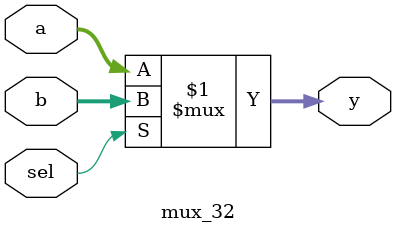
<source format=v>
`timescale 1ns / 1ps


module mux_32 (
    input [31:0] a,
    input [31:0] b,
    input sel,
    output [31:0] y
);
    assign y = sel ? b : a;
endmodule


</source>
